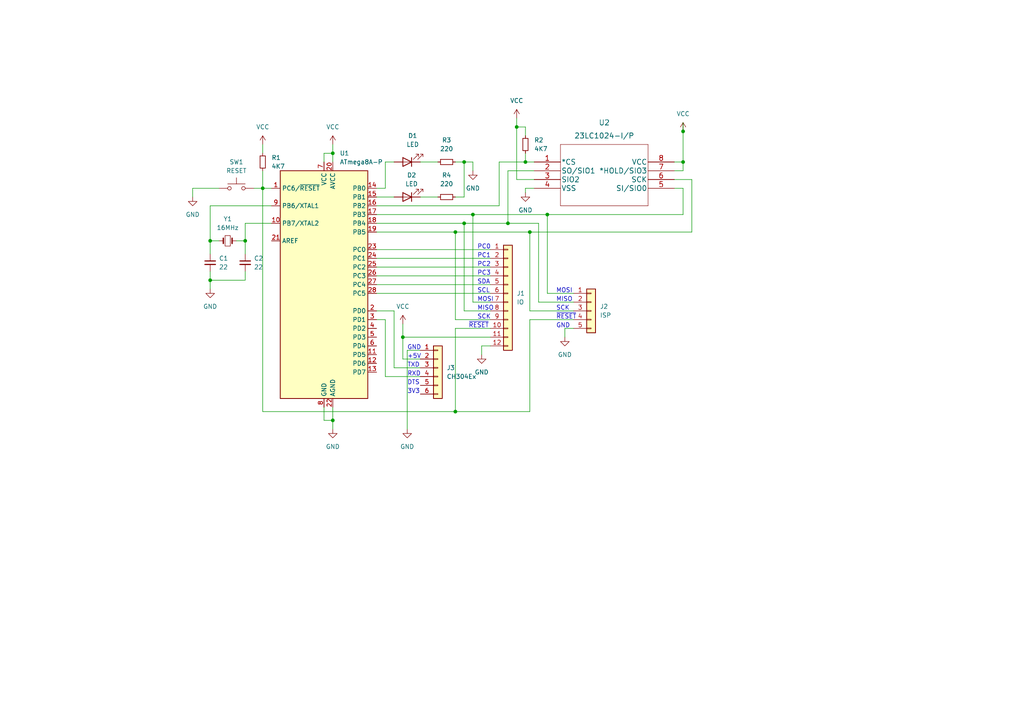
<source format=kicad_sch>
(kicad_sch (version 20211123) (generator eeschema)
  (paper "A4")
  (lib_symbols
    (symbol "23LC1024:23LC1024-I{slash}P" (pin_names (offset 0.254))
      (property "Reference" "U" (at 60.96 10.16 0))
      (property "Value" "23LC1024-I{slash}P" (at 60.96 7.62 0))
      (symbol "23LC1024-I{slash}P_1_1"
        (polyline (pts (xy 48.26 -12.7) (xy 73.66 -12.7)) (stroke (width 0.127)))
        (polyline (pts (xy 48.26 5.08) (xy 48.26 -12.7)) (stroke (width 0.127)))
        (polyline (pts (xy 73.66 -12.7) (xy 73.66 5.08)) (stroke (width 0.127)))
        (polyline (pts (xy 73.66 5.08) (xy 48.26 5.08)) (stroke (width 0.127)))
        (pin input line (at 40.64 0 0) (length 7.62) (name "*CS") (number "1"))
        (pin bidirectional line (at 40.64 -2.54 0) (length 7.62) (name "SO/SIO1") (number "2"))
        (pin bidirectional line (at 40.64 -5.08 0) (length 7.62) (name "SIO2") (number "3"))
        (pin power_in line (at 40.64 -7.62 0) (length 7.62) (name "VSS") (number "4"))
        (pin bidirectional line (at 81.28 -7.62 180) (length 7.62) (name "SI/SIO0") (number "5"))
        (pin unspecified line (at 81.28 -5.08 180) (length 7.62) (name "SCK") (number "6"))
        (pin bidirectional line (at 81.28 -2.54 180) (length 7.62) (name "*HOLD/SIO3") (number "7"))
        (pin power_in line (at 81.28 0 180) (length 7.62) (name "VCC") (number "8"))
      )
    )
    (symbol "Connector_Generic:Conn_01x05" (pin_names (offset 1.016) hide)
      (property "Reference" "J" (at 0 7.62 0))
      (property "Value" "Conn_01x05" (at 0 -7.62 0))
      (symbol "Conn_01x05_1_1"
        (rectangle (start -1.27 -4.953) (end 0 -5.207) (stroke (width 0.1524)))
        (rectangle (start -1.27 -2.413) (end 0 -2.667) (stroke (width 0.1524)))
        (rectangle (start -1.27 0.127) (end 0 -0.127) (stroke (width 0.1524)))
        (rectangle (start -1.27 2.667) (end 0 2.413) (stroke (width 0.1524)))
        (rectangle (start -1.27 5.207) (end 0 4.953) (stroke (width 0.1524)))
        (rectangle (start -1.27 6.35) (end 1.27 -6.35) (stroke (width 0.254)) (fill (type background)))
        (pin passive line (at -5.08 5.08 0) (length 3.81) (name "Pin_1") (number "1"))
        (pin passive line (at -5.08 2.54 0) (length 3.81) (name "Pin_2") (number "2"))
        (pin passive line (at -5.08 0 0) (length 3.81) (name "Pin_3") (number "3"))
        (pin passive line (at -5.08 -2.54 0) (length 3.81) (name "Pin_4") (number "4"))
        (pin passive line (at -5.08 -5.08 0) (length 3.81) (name "Pin_5") (number "5"))
      )
    )
    (symbol "Connector_Generic:Conn_01x06" (pin_names (offset 1.016) hide)
      (property "Reference" "J" (at 0 7.62 0))
      (property "Value" "Conn_01x06" (at 0 -10.16 0))
      (symbol "Conn_01x06_1_1"
        (rectangle (start -1.27 -7.493) (end 0 -7.747) (stroke (width 0.1524)))
        (rectangle (start -1.27 -4.953) (end 0 -5.207) (stroke (width 0.1524)))
        (rectangle (start -1.27 -2.413) (end 0 -2.667) (stroke (width 0.1524)))
        (rectangle (start -1.27 0.127) (end 0 -0.127) (stroke (width 0.1524)))
        (rectangle (start -1.27 2.667) (end 0 2.413) (stroke (width 0.1524)))
        (rectangle (start -1.27 5.207) (end 0 4.953) (stroke (width 0.1524)))
        (rectangle (start -1.27 6.35) (end 1.27 -8.89) (stroke (width 0.254)) (fill (type background)))
        (pin passive line (at -5.08 5.08 0) (length 3.81) (name "Pin_1") (number "1"))
        (pin passive line (at -5.08 2.54 0) (length 3.81) (name "Pin_2") (number "2"))
        (pin passive line (at -5.08 0 0) (length 3.81) (name "Pin_3") (number "3"))
        (pin passive line (at -5.08 -2.54 0) (length 3.81) (name "Pin_4") (number "4"))
        (pin passive line (at -5.08 -5.08 0) (length 3.81) (name "Pin_5") (number "5"))
        (pin passive line (at -5.08 -7.62 0) (length 3.81) (name "Pin_6") (number "6"))
      )
    )
    (symbol "Connector_Generic:Conn_01x12" (pin_names (offset 1.016) hide)
      (property "Reference" "J" (at 0 15.24 0))
      (property "Value" "Conn_01x12" (at 0 -17.78 0))
      (symbol "Conn_01x12_1_1"
        (rectangle (start -1.27 -15.113) (end 0 -15.367) (stroke (width 0.1524)))
        (rectangle (start -1.27 -12.573) (end 0 -12.827) (stroke (width 0.1524)))
        (rectangle (start -1.27 -10.033) (end 0 -10.287) (stroke (width 0.1524)))
        (rectangle (start -1.27 -7.493) (end 0 -7.747) (stroke (width 0.1524)))
        (rectangle (start -1.27 -4.953) (end 0 -5.207) (stroke (width 0.1524)))
        (rectangle (start -1.27 -2.413) (end 0 -2.667) (stroke (width 0.1524)))
        (rectangle (start -1.27 0.127) (end 0 -0.127) (stroke (width 0.1524)))
        (rectangle (start -1.27 2.667) (end 0 2.413) (stroke (width 0.1524)))
        (rectangle (start -1.27 5.207) (end 0 4.953) (stroke (width 0.1524)))
        (rectangle (start -1.27 7.747) (end 0 7.493) (stroke (width 0.1524)))
        (rectangle (start -1.27 10.287) (end 0 10.033) (stroke (width 0.1524)))
        (rectangle (start -1.27 12.827) (end 0 12.573) (stroke (width 0.1524)))
        (rectangle (start -1.27 13.97) (end 1.27 -16.51) (stroke (width 0.254)) (fill (type background)))
        (pin passive line (at -5.08 12.7 0) (length 3.81) (name "Pin_1") (number "1"))
        (pin passive line (at -5.08 -10.16 0) (length 3.81) (name "Pin_10") (number "10"))
        (pin passive line (at -5.08 -12.7 0) (length 3.81) (name "Pin_11") (number "11"))
        (pin passive line (at -5.08 -15.24 0) (length 3.81) (name "Pin_12") (number "12"))
        (pin passive line (at -5.08 10.16 0) (length 3.81) (name "Pin_2") (number "2"))
        (pin passive line (at -5.08 7.62 0) (length 3.81) (name "Pin_3") (number "3"))
        (pin passive line (at -5.08 5.08 0) (length 3.81) (name "Pin_4") (number "4"))
        (pin passive line (at -5.08 2.54 0) (length 3.81) (name "Pin_5") (number "5"))
        (pin passive line (at -5.08 0 0) (length 3.81) (name "Pin_6") (number "6"))
        (pin passive line (at -5.08 -2.54 0) (length 3.81) (name "Pin_7") (number "7"))
        (pin passive line (at -5.08 -5.08 0) (length 3.81) (name "Pin_8") (number "8"))
        (pin passive line (at -5.08 -7.62 0) (length 3.81) (name "Pin_9") (number "9"))
      )
    )
    (symbol "Device:C_Small" (pin_numbers hide) (pin_names (offset 0.254) hide)
      (property "Reference" "C" (at 0.254 1.778 0))
      (property "Value" "C_Small" (at 0.254 -2.032 0))
      (symbol "C_Small_0_1"
        (polyline (pts (xy -1.524 -0.508) (xy 1.524 -0.508)) (stroke (width 0.3302)))
        (polyline (pts (xy -1.524 0.508) (xy 1.524 0.508)) (stroke (width 0.3048)))
      )
      (symbol "C_Small_1_1"
        (pin passive line (at 0 2.54 270) (length 2.032) (name "~") (number "1"))
        (pin passive line (at 0 -2.54 90) (length 2.032) (name "~") (number "2"))
      )
    )
    (symbol "Device:Crystal_Small" (pin_numbers hide) (pin_names (offset 1.016) hide)
      (property "Reference" "Y" (at 0 2.54 0))
      (property "Value" "Crystal_Small" (at 0 -2.54 0))
      (symbol "Crystal_Small_0_1"
        (rectangle (start -0.762 -1.524) (end 0.762 1.524))
        (polyline (pts (xy -1.27 -0.762) (xy -1.27 0.762)) (stroke (width 0.381)))
        (polyline (pts (xy 1.27 -0.762) (xy 1.27 0.762)) (stroke (width 0.381)))
      )
      (symbol "Crystal_Small_1_1"
        (pin passive line (at -2.54 0 0) (length 1.27) (name "1") (number "1"))
        (pin passive line (at 2.54 0 180) (length 1.27) (name "2") (number "2"))
      )
    )
    (symbol "Device:LED" (pin_numbers hide) (pin_names (offset 1.016) hide)
      (property "Reference" "D" (at 0 2.54 0))
      (property "Value" "LED" (at 0 -2.54 0))
      (symbol "LED_0_1"
        (polyline (pts (xy -1.27 -1.27) (xy -1.27 1.27)) (stroke (width 0.254)))
        (polyline (pts (xy -1.27 0) (xy 1.27 0)))
        (polyline (pts (xy 1.27 -1.27) (xy 1.27 1.27) (xy -1.27 0) (xy 1.27 -1.27)) (stroke (width 0.254)))
        (polyline (pts (xy -3.048 -0.762) (xy -4.572 -2.286) (xy -3.81 -2.286) (xy -4.572 -2.286) (xy -4.572 -1.524)))
        (polyline (pts (xy -1.778 -0.762) (xy -3.302 -2.286) (xy -2.54 -2.286) (xy -3.302 -2.286) (xy -3.302 -1.524)))
      )
      (symbol "LED_1_1"
        (pin passive line (at -3.81 0 0) (length 2.54) (name "K") (number "1"))
        (pin passive line (at 3.81 0 180) (length 2.54) (name "A") (number "2"))
      )
    )
    (symbol "Device:R_Small" (pin_numbers hide) (pin_names (offset 0.254) hide)
      (property "Reference" "R" (at 0.762 0.508 0))
      (property "Value" "R_Small" (at 0.762 -1.016 0))
      (symbol "R_Small_0_1"
        (rectangle (start -0.762 1.778) (end 0.762 -1.778) (stroke (width 0.2032)))
      )
      (symbol "R_Small_1_1"
        (pin passive line (at 0 2.54 270) (length 0.762) (name "~") (number "1"))
        (pin passive line (at 0 -2.54 90) (length 0.762) (name "~") (number "2"))
      )
    )
    (symbol "MCU_Microchip_ATmega:ATmega8A-P"
      (property "Reference" "U" (at -12.7 34.29 0))
      (property "Value" "ATmega8A-P" (at 5.08 -34.29 0))
      (symbol "ATmega8A-P_0_1"
        (rectangle (start -12.7 -33.02) (end 12.7 33.02) (stroke (width 0.254)) (fill (type background)))
      )
      (symbol "ATmega8A-P_1_1"
        (pin bidirectional line (at -15.24 27.94 0) (length 2.54) (name "PC6/~{RESET}") (number "1"))
        (pin bidirectional line (at -15.24 17.78 0) (length 2.54) (name "PB7/XTAL2") (number "10"))
        (pin bidirectional line (at 15.24 -20.32 180) (length 2.54) (name "PD5") (number "11"))
        (pin bidirectional line (at 15.24 -22.86 180) (length 2.54) (name "PD6") (number "12"))
        (pin bidirectional line (at 15.24 -25.4 180) (length 2.54) (name "PD7") (number "13"))
        (pin bidirectional line (at 15.24 27.94 180) (length 2.54) (name "PB0") (number "14"))
        (pin bidirectional line (at 15.24 25.4 180) (length 2.54) (name "PB1") (number "15"))
        (pin bidirectional line (at 15.24 22.86 180) (length 2.54) (name "PB2") (number "16"))
        (pin bidirectional line (at 15.24 20.32 180) (length 2.54) (name "PB3") (number "17"))
        (pin bidirectional line (at 15.24 17.78 180) (length 2.54) (name "PB4") (number "18"))
        (pin bidirectional line (at 15.24 15.24 180) (length 2.54) (name "PB5") (number "19"))
        (pin bidirectional line (at 15.24 -7.62 180) (length 2.54) (name "PD0") (number "2"))
        (pin power_in line (at 2.54 35.56 270) (length 2.54) (name "AVCC") (number "20"))
        (pin passive line (at -15.24 12.7 0) (length 2.54) (name "AREF") (number "21"))
        (pin power_in line (at 2.54 -35.56 90) (length 2.54) (name "AGND") (number "22"))
        (pin bidirectional line (at 15.24 10.16 180) (length 2.54) (name "PC0") (number "23"))
        (pin bidirectional line (at 15.24 7.62 180) (length 2.54) (name "PC1") (number "24"))
        (pin bidirectional line (at 15.24 5.08 180) (length 2.54) (name "PC2") (number "25"))
        (pin bidirectional line (at 15.24 2.54 180) (length 2.54) (name "PC3") (number "26"))
        (pin bidirectional line (at 15.24 0 180) (length 2.54) (name "PC4") (number "27"))
        (pin bidirectional line (at 15.24 -2.54 180) (length 2.54) (name "PC5") (number "28"))
        (pin bidirectional line (at 15.24 -10.16 180) (length 2.54) (name "PD1") (number "3"))
        (pin bidirectional line (at 15.24 -12.7 180) (length 2.54) (name "PD2") (number "4"))
        (pin bidirectional line (at 15.24 -15.24 180) (length 2.54) (name "PD3") (number "5"))
        (pin bidirectional line (at 15.24 -17.78 180) (length 2.54) (name "PD4") (number "6"))
        (pin power_in line (at 0 35.56 270) (length 2.54) (name "VCC") (number "7"))
        (pin power_in line (at 0 -35.56 90) (length 2.54) (name "GND") (number "8"))
        (pin bidirectional line (at -15.24 22.86 0) (length 2.54) (name "PB6/XTAL1") (number "9"))
      )
    )
    (symbol "Switch:SW_Push" (pin_numbers hide) (pin_names (offset 1.016) hide)
      (property "Reference" "SW" (at 1.27 2.54 0))
      (property "Value" "SW_Push" (at 0 -1.524 0))
      (symbol "SW_Push_0_1"
        (circle (center -2.032 0) (radius 0.508))
        (polyline (pts (xy 0 1.27) (xy 0 3.048)))
        (polyline (pts (xy 2.54 1.27) (xy -2.54 1.27)))
        (circle (center 2.032 0) (radius 0.508))
        (pin passive line (at -5.08 0 0) (length 2.54) (name "1") (number "1"))
        (pin passive line (at 5.08 0 180) (length 2.54) (name "2") (number "2"))
      )
    )
    (symbol "power:GND" (power) (pin_names (offset 0))
      (property "Value" "GND" (at 0 -3.81 0))
      (symbol "GND_0_1"
        (polyline (pts (xy 0 0) (xy 0 -1.27) (xy 1.27 -1.27) (xy 0 -2.54) (xy -1.27 -1.27) (xy 0 -1.27)))
      )
      (symbol "GND_1_1"
        (pin power_in line (at 0 0 270) (length 0) hide (name "GND") (number "1"))
      )
    )
    (symbol "power:VCC" (power) (pin_names (offset 0))
      (property "Value" "VCC" (at 0 3.81 0))
      (symbol "VCC_0_1"
        (polyline (pts (xy -0.762 1.27) (xy 0 2.54)))
        (polyline (pts (xy 0 0) (xy 0 2.54)))
        (polyline (pts (xy 0 2.54) (xy 0.762 1.27)))
      )
      (symbol "VCC_1_1"
        (pin power_in line (at 0 0 90) (length 0) hide (name "VCC") (number "1"))
      )
    )
  )
  (junction (at 132.08 119.38))
  (junction (at 60.96 81.28))
  (junction (at 152.4 46.99))
  (junction (at 153.67 67.31))
  (junction (at 158.75 62.23))
  (junction (at 132.08 67.31))
  (junction (at 96.52 44.45))
  (junction (at 116.84 97.79))
  (junction (at 60.96 69.85))
  (junction (at 134.62 64.77))
  (junction (at 147.32 64.77))
  (junction (at 71.12 69.85))
  (junction (at 198.12 46.99))
  (junction (at 96.52 121.92))
  (junction (at 198.12 38.1))
  (junction (at 149.86 36.83))
  (junction (at 76.2 54.61))
  (junction (at 134.62 46.99))
  (junction (at 137.16 62.23))
  (wire (pts (xy 63.5 54.61) (xy 55.88 54.61)))
  (wire (pts (xy 166.37 95.25) (xy 163.83 95.25)))
  (wire (pts (xy 109.22 72.39) (xy 142.24 72.39)))
  (wire (pts (xy 132.08 57.15) (xy 134.62 57.15)))
  (wire (pts (xy 109.22 64.77) (xy 134.62 64.77)))
  (wire (pts (xy 109.22 90.17) (xy 114.3 90.17)))
  (wire (pts (xy 134.62 64.77) (xy 134.62 90.17)))
  (wire (pts (xy 76.2 119.38) (xy 132.08 119.38)))
  (wire (pts (xy 144.78 46.99) (xy 152.4 46.99)))
  (wire (pts (xy 109.22 57.15) (xy 114.3 57.15)))
  (wire (pts (xy 142.24 100.33) (xy 139.7 100.33)))
  (wire (pts (xy 118.11 101.6) (xy 118.11 124.46)))
  (wire (pts (xy 153.67 92.71) (xy 153.67 119.38)))
  (wire (pts (xy 144.78 59.69) (xy 144.78 46.99)))
  (wire (pts (xy 121.92 101.6) (xy 118.11 101.6)))
  (wire (pts (xy 68.58 69.85) (xy 71.12 69.85)))
  (wire (pts (xy 142.24 87.63) (xy 137.16 87.63)))
  (wire (pts (xy 93.98 46.99) (xy 93.98 44.45)))
  (wire (pts (xy 158.75 62.23) (xy 198.12 62.23)))
  (wire (pts (xy 149.86 36.83) (xy 149.86 34.29)))
  (wire (pts (xy 109.22 82.55) (xy 142.24 82.55)))
  (wire (pts (xy 195.58 46.99) (xy 198.12 46.99)))
  (wire (pts (xy 111.76 92.71) (xy 111.76 109.22)))
  (wire (pts (xy 121.92 57.15) (xy 127 57.15)))
  (wire (pts (xy 195.58 54.61) (xy 198.12 54.61)))
  (wire (pts (xy 137.16 62.23) (xy 137.16 87.63)))
  (wire (pts (xy 139.7 100.33) (xy 139.7 102.87)))
  (wire (pts (xy 71.12 81.28) (xy 60.96 81.28)))
  (wire (pts (xy 156.21 87.63) (xy 156.21 64.77)))
  (wire (pts (xy 71.12 64.77) (xy 71.12 69.85)))
  (wire (pts (xy 109.22 77.47) (xy 142.24 77.47)))
  (wire (pts (xy 96.52 44.45) (xy 96.52 46.99)))
  (wire (pts (xy 60.96 78.74) (xy 60.96 81.28)))
  (wire (pts (xy 152.4 44.45) (xy 152.4 46.99)))
  (wire (pts (xy 109.22 62.23) (xy 137.16 62.23)))
  (wire (pts (xy 114.3 90.17) (xy 114.3 106.68)))
  (wire (pts (xy 198.12 49.53) (xy 198.12 46.99)))
  (wire (pts (xy 134.62 64.77) (xy 147.32 64.77)))
  (wire (pts (xy 109.22 74.93) (xy 142.24 74.93)))
  (wire (pts (xy 149.86 52.07) (xy 154.94 52.07)))
  (wire (pts (xy 137.16 62.23) (xy 158.75 62.23)))
  (wire (pts (xy 154.94 49.53) (xy 147.32 49.53)))
  (wire (pts (xy 149.86 36.83) (xy 149.86 52.07)))
  (wire (pts (xy 198.12 38.1) (xy 198.12 46.99)))
  (wire (pts (xy 78.74 64.77) (xy 71.12 64.77)))
  (wire (pts (xy 78.74 59.69) (xy 60.96 59.69)))
  (wire (pts (xy 73.66 54.61) (xy 76.2 54.61)))
  (wire (pts (xy 158.75 62.23) (xy 158.75 85.09)))
  (wire (pts (xy 71.12 69.85) (xy 71.12 73.66)))
  (wire (pts (xy 116.84 104.14) (xy 121.92 104.14)))
  (wire (pts (xy 55.88 54.61) (xy 55.88 57.15)))
  (wire (pts (xy 132.08 95.25) (xy 132.08 119.38)))
  (wire (pts (xy 109.22 92.71) (xy 111.76 92.71)))
  (wire (pts (xy 147.32 49.53) (xy 147.32 64.77)))
  (wire (pts (xy 116.84 97.79) (xy 142.24 97.79)))
  (wire (pts (xy 96.52 121.92) (xy 96.52 124.46)))
  (wire (pts (xy 109.22 85.09) (xy 142.24 85.09)))
  (wire (pts (xy 60.96 69.85) (xy 63.5 69.85)))
  (wire (pts (xy 137.16 46.99) (xy 134.62 46.99)))
  (wire (pts (xy 109.22 67.31) (xy 132.08 67.31)))
  (wire (pts (xy 109.22 80.01) (xy 142.24 80.01)))
  (wire (pts (xy 198.12 35.56) (xy 198.12 38.1)))
  (wire (pts (xy 152.4 46.99) (xy 154.94 46.99)))
  (wire (pts (xy 132.08 92.71) (xy 132.08 67.31)))
  (wire (pts (xy 195.58 52.07) (xy 200.66 52.07)))
  (wire (pts (xy 134.62 46.99) (xy 134.62 57.15)))
  (wire (pts (xy 96.52 41.91) (xy 96.52 44.45)))
  (wire (pts (xy 114.3 106.68) (xy 121.92 106.68)))
  (wire (pts (xy 200.66 52.07) (xy 200.66 67.31)))
  (wire (pts (xy 60.96 69.85) (xy 60.96 73.66)))
  (wire (pts (xy 109.22 54.61) (xy 111.76 54.61)))
  (wire (pts (xy 153.67 67.31) (xy 200.66 67.31)))
  (wire (pts (xy 93.98 118.11) (xy 93.98 121.92)))
  (wire (pts (xy 152.4 39.37) (xy 152.4 36.83)))
  (wire (pts (xy 60.96 59.69) (xy 60.96 69.85)))
  (wire (pts (xy 111.76 46.99) (xy 111.76 54.61)))
  (wire (pts (xy 96.52 118.11) (xy 96.52 121.92)))
  (wire (pts (xy 152.4 36.83) (xy 149.86 36.83)))
  (wire (pts (xy 76.2 49.53) (xy 76.2 54.61)))
  (wire (pts (xy 76.2 54.61) (xy 76.2 119.38)))
  (wire (pts (xy 142.24 92.71) (xy 132.08 92.71)))
  (wire (pts (xy 137.16 49.53) (xy 137.16 46.99)))
  (wire (pts (xy 142.24 90.17) (xy 134.62 90.17)))
  (wire (pts (xy 156.21 64.77) (xy 147.32 64.77)))
  (wire (pts (xy 60.96 81.28) (xy 60.96 83.82)))
  (wire (pts (xy 114.3 46.99) (xy 111.76 46.99)))
  (wire (pts (xy 195.58 49.53) (xy 198.12 49.53)))
  (wire (pts (xy 132.08 67.31) (xy 153.67 67.31)))
  (wire (pts (xy 152.4 54.61) (xy 152.4 55.88)))
  (wire (pts (xy 71.12 78.74) (xy 71.12 81.28)))
  (wire (pts (xy 93.98 44.45) (xy 96.52 44.45)))
  (wire (pts (xy 163.83 95.25) (xy 163.83 97.79)))
  (wire (pts (xy 132.08 119.38) (xy 153.67 119.38)))
  (wire (pts (xy 76.2 54.61) (xy 78.74 54.61)))
  (wire (pts (xy 166.37 92.71) (xy 153.67 92.71)))
  (wire (pts (xy 116.84 97.79) (xy 116.84 104.14)))
  (wire (pts (xy 132.08 46.99) (xy 134.62 46.99)))
  (wire (pts (xy 111.76 109.22) (xy 121.92 109.22)))
  (wire (pts (xy 166.37 85.09) (xy 158.75 85.09)))
  (wire (pts (xy 116.84 93.98) (xy 116.84 97.79)))
  (wire (pts (xy 198.12 54.61) (xy 198.12 62.23)))
  (wire (pts (xy 76.2 41.91) (xy 76.2 44.45)))
  (wire (pts (xy 166.37 90.17) (xy 153.67 90.17)))
  (wire (pts (xy 93.98 121.92) (xy 96.52 121.92)))
  (wire (pts (xy 154.94 54.61) (xy 152.4 54.61)))
  (wire (pts (xy 166.37 87.63) (xy 156.21 87.63)))
  (wire (pts (xy 109.22 59.69) (xy 144.78 59.69)))
  (wire (pts (xy 132.08 95.25) (xy 142.24 95.25)))
  (wire (pts (xy 153.67 90.17) (xy 153.67 67.31)))
  (wire (pts (xy 121.92 46.99) (xy 127 46.99)))
  (text "DTS" (at 118.11 111.76 0) (effects (font (size 1.27 1.27)) (justify left bottom)))
  (text "3V3" (at 118.11 114.3 0) (effects (font (size 1.27 1.27)) (justify left bottom)))
  (text "PC3" (at 138.43 80.01 0) (effects (font (size 1.27 1.27)) (justify left bottom)))
  (text "PC2" (at 138.43 77.47 0) (effects (font (size 1.27 1.27)) (justify left bottom)))
  (text "GND" (at 118.11 101.6 0) (effects (font (size 1.27 1.27)) (justify left bottom)))
  (text "MOSI" (at 161.29 85.09 0) (effects (font (size 1.27 1.27)) (justify left bottom)))
  (text "GND" (at 161.29 95.25 0) (effects (font (size 1.27 1.27)) (justify left bottom)))
  (text "RXD" (at 118.11 109.22 0) (effects (font (size 1.27 1.27)) (justify left bottom)))
  (text "SCK" (at 161.29 90.17 0) (effects (font (size 1.27 1.27)) (justify left bottom)))
  (text "MISO" (at 138.43 90.17 0) (effects (font (size 1.27 1.27)) (justify left bottom)))
  (text "TXD" (at 118.11 106.68 0) (effects (font (size 1.27 1.27)) (justify left bottom)))
  (text "MOSI" (at 138.43 87.63 0) (effects (font (size 1.27 1.27)) (justify left bottom)))
  (text "+5V" (at 118.11 104.14 0) (effects (font (size 1.27 1.27)) (justify left bottom)))
  (text "~{RESET}" (at 161.29 92.71 0) (effects (font (size 1.27 1.27)) (justify left bottom)))
  (text "PC1" (at 138.43 74.93 0) (effects (font (size 1.27 1.27)) (justify left bottom)))
  (text "MISO" (at 161.29 87.63 0) (effects (font (size 1.27 1.27)) (justify left bottom)))
  (text "SCK" (at 138.43 92.71 0) (effects (font (size 1.27 1.27)) (justify left bottom)))
  (text "PC0" (at 138.43 72.39 0) (effects (font (size 1.27 1.27)) (justify left bottom)))
  (text "SDA" (at 138.43 82.55 0) (effects (font (size 1.27 1.27)) (justify left bottom)))
  (text "SCL" (at 138.43 85.09 0) (effects (font (size 1.27 1.27)) (justify left bottom)))
  (text "~{RESET}" (at 135.89 95.25 0) (effects (font (size 1.27 1.27)) (justify left bottom)))
  (symbol (lib_id "Connector_Generic:Conn_01x12") (at 147.32 85.09 0) (unit 1)
    (property "Reference" "J1" (at 149.86 85.0899 0) (effects (justify left)))
    (property "Value" "IO" (at 149.86 87.6299 0) (effects (justify left)))
    (property "Footprint" "Connector_PinHeader_2.54mm:PinHeader_1x12_P2.54mm_Vertical" (effects hide))
  )
  (symbol (lib_id "Connector_Generic:Conn_01x06") (at 127 106.68 0) (unit 1)
    (property "Reference" "J3" (at 129.54 106.6799 0) (effects (justify left)))
    (property "Value" "CH304Ex" (at 129.54 109.2199 0) (effects (justify left)))
    (property "Footprint" "Connector_PinHeader_2.54mm:PinHeader_1x06_P2.54mm_Vertical" (effects hide))
  )
  (symbol (lib_id "Device:R_Small") (at 129.54 57.15 90) (unit 1)
    (property "Reference" "R4" (at 129.54 50.8 90))
    (property "Value" "220" (at 129.54 53.34 90))
    (property "Footprint" "Resistor_THT:R_Axial_DIN0207_L6.3mm_D2.5mm_P7.62mm_Horizontal" (effects hide))
  )
  (symbol (lib_id "Device:Crystal_Small") (at 66.04 69.85 0) (unit 1)
    (property "Reference" "Y1" (at 66.04 63.5 0))
    (property "Value" "16MHz" (at 66.04 66.04 0))
    (property "Footprint" "Crystal:Crystal_HC49-U_Vertical" (effects hide))
  )
  (symbol (lib_id "Device:C_Small") (at 60.96 76.2 0) (unit 1)
    (property "Reference" "C1" (at 63.5 74.9362 0) (effects (justify left)))
    (property "Value" "22" (at 63.5 77.4762 0) (effects (justify left)))
    (property "Footprint" "Capacitor_THT:C_Disc_D3.0mm_W1.6mm_P2.50mm" (effects hide))
  )
  (symbol (lib_id "Device:C_Small") (at 71.12 76.2 0) (unit 1)
    (property "Reference" "C2" (at 73.66 74.9362 0) (effects (justify left)))
    (property "Value" "22" (at 73.66 77.4762 0) (effects (justify left)))
    (property "Footprint" "Capacitor_THT:C_Disc_D3.0mm_W1.6mm_P2.50mm" (effects hide))
  )
  (symbol (lib_id "power:VCC") (at 96.52 41.91 0) (unit 1)
    (property "Reference" "#PWR0103" (effects hide))
    (property "Value" "VCC" (at 96.52 36.83 0))
  )
  (symbol (lib_id "Device:R_Small") (at 76.2 46.99 0) (unit 1)
    (property "Reference" "R1" (at 78.74 45.7199 0) (effects (justify left)))
    (property "Value" "4K7" (at 78.74 48.2599 0) (effects (justify left)))
    (property "Footprint" "Resistor_THT:R_Axial_DIN0207_L6.3mm_D2.5mm_P7.62mm_Horizontal" (effects hide))
  )
  (symbol (lib_id "power:GND") (at 152.4 55.88 0) (unit 1)
    (property "Reference" "#PWR0108" (effects hide))
    (property "Value" "GND" (at 152.4 60.96 0))
  )
  (symbol (lib_id "23LC1024:23LC1024-I{slash}P") (at 114.3 46.99 0) (unit 1)
    (property "Reference" "U2" (at 175.26 35.56 0) (effects (font (size 1.524 1.524))))
    (property "Value" "23LC1024-I/P" (at 175.26 39.37 0) (effects (font (size 1.524 1.524))))
    (property "Footprint" "Package_DIP:DIP-8_W7.62mm" (effects hide))
  )
  (symbol (lib_id "MCU_Microchip_ATmega:ATmega8A-P") (at 93.98 82.55 0) (unit 1)
    (property "Reference" "U1" (at 98.5394 44.45 0) (effects (justify left)))
    (property "Value" "ATmega8A-P" (at 98.5394 46.99 0) (effects (justify left)))
    (property "Footprint" "Package_DIP:DIP-28_W7.62mm" (effects hide))
    (property "Datasheet" "http://ww1.microchip.com/downloads/en/DeviceDoc/Microchip%208bit%20mcu%20AVR%20ATmega8A%20data%20sheet%2040001974A.pdf" (effects hide))
  )
  (symbol (lib_id "power:GND") (at 139.7 102.87 0) (unit 1)
    (property "Reference" "#PWR0114" (effects hide))
    (property "Value" "GND" (at 139.7 107.95 0))
  )
  (symbol (lib_id "Switch:SW_Push") (at 68.58 54.61 0) (unit 1)
    (property "Reference" "SW1" (at 68.58 46.99 0))
    (property "Value" "RESET" (at 68.58 49.53 0))
    (property "Footprint" "Button_Switch_THT:SW_PUSH_6mm" (effects hide))
  )
  (symbol (lib_id "Device:R_Small") (at 129.54 46.99 90) (unit 1)
    (property "Reference" "R3" (at 129.54 40.64 90))
    (property "Value" "220" (at 129.54 43.18 90))
    (property "Footprint" "Resistor_THT:R_Axial_DIN0207_L6.3mm_D2.5mm_P7.62mm_Horizontal" (effects hide))
  )
  (symbol (lib_id "power:VCC") (at 149.86 34.29 0) (unit 1)
    (property "Reference" "#PWR0107" (effects hide))
    (property "Value" "VCC" (at 149.86 29.21 0))
  )
  (symbol (lib_id "Connector_Generic:Conn_01x05") (at 171.45 90.17 0) (unit 1)
    (property "Reference" "J2" (at 173.99 88.8999 0) (effects (justify left)))
    (property "Value" "ISP" (at 173.99 91.4399 0) (effects (justify left)))
    (property "Footprint" "Connector_PinHeader_2.54mm:PinHeader_1x05_P2.54mm_Vertical" (effects hide))
  )
  (symbol (lib_id "power:VCC") (at 198.12 38.1 0) (unit 1)
    (property "Reference" "#PWR0106" (effects hide))
    (property "Value" "VCC" (at 198.12 33.02 0))
  )
  (symbol (lib_id "power:GND") (at 118.11 124.46 0) (unit 1)
    (property "Reference" "#PWR0109" (effects hide))
    (property "Value" "GND" (at 118.11 129.54 0))
  )
  (symbol (lib_id "power:GND") (at 55.88 57.15 0) (unit 1)
    (property "Reference" "#PWR0104" (effects hide))
    (property "Value" "GND" (at 55.88 62.23 0))
  )
  (symbol (lib_id "Device:LED") (at 118.11 57.15 180) (unit 1)
    (property "Reference" "D2" (at 119.38 50.8 0))
    (property "Value" "LED" (at 119.38 53.34 0))
    (property "Footprint" "LED_THT:LED_D5.0mm" (effects hide))
  )
  (symbol (lib_id "power:GND") (at 163.83 97.79 0) (unit 1)
    (property "Reference" "#PWR0113" (effects hide))
    (property "Value" "GND" (at 163.83 102.87 0))
  )
  (symbol (lib_id "power:GND") (at 60.96 83.82 0) (unit 1)
    (property "Reference" "#PWR0101" (effects hide))
    (property "Value" "GND" (at 60.96 88.9 0))
  )
  (symbol (lib_id "Device:R_Small") (at 152.4 41.91 0) (unit 1)
    (property "Reference" "R2" (at 154.94 40.6399 0) (effects (justify left)))
    (property "Value" "4K7" (at 154.94 43.1799 0) (effects (justify left)))
    (property "Footprint" "Resistor_THT:R_Axial_DIN0207_L6.3mm_D2.5mm_P7.62mm_Horizontal" (effects hide))
  )
  (symbol (lib_id "power:GND") (at 137.16 49.53 0) (unit 1)
    (property "Reference" "#PWR0110" (effects hide))
    (property "Value" "GND" (at 137.16 54.61 0))
  )
  (symbol (lib_id "power:GND") (at 96.52 124.46 0) (unit 1)
    (property "Reference" "#PWR0105" (effects hide))
    (property "Value" "GND" (at 96.52 129.54 0))
  )
  (symbol (lib_id "power:VCC") (at 116.84 93.98 0) (unit 1)
    (property "Reference" "#PWR0111" (effects hide))
    (property "Value" "VCC" (at 116.84 88.9 0))
  )
  (symbol (lib_id "Device:LED") (at 118.11 46.99 180) (unit 1)
    (property "Reference" "D1" (at 119.6975 39.37 0))
    (property "Value" "LED" (at 119.6975 41.91 0))
    (property "Footprint" "LED_THT:LED_D5.0mm" (effects hide))
  )
  (symbol (lib_id "power:VCC") (at 76.2 41.91 0) (unit 1)
    (property "Reference" "#PWR0102" (effects hide))
    (property "Value" "VCC" (at 76.2 36.83 0))
  )
)
</source>
